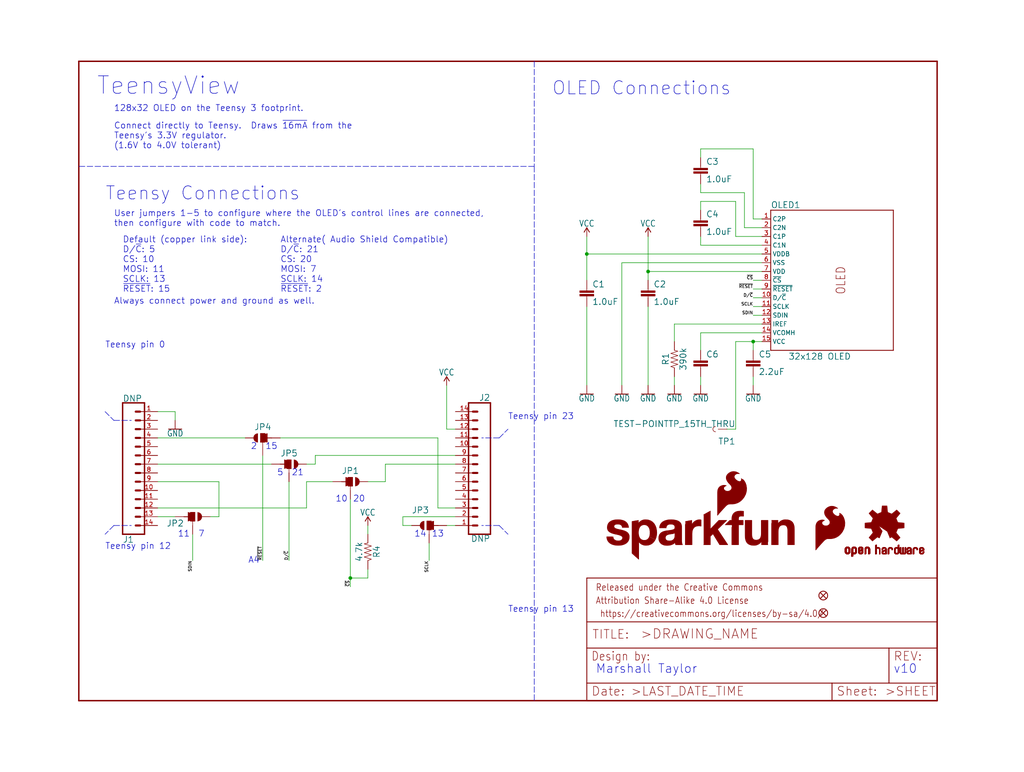
<source format=kicad_sch>
(kicad_sch (version 20211123) (generator eeschema)
  (paper "User" 297.002 223.926)
  (lib_symbols
    (symbol "eagleSchem-eagle-import:1.0UF-0402-16V-10%"
      (property "Reference" "C" (at 1.524 2.921 0))
      (property "Value" "1.0UF-0402-16V-10%" (at 1.524 -2.159 0))
      (symbol "1.0UF-0402-16V-10%_1_0"
        (pin passive line (at 0 5.08 270) (length 2.54) (name "1") (number "1"))
        (pin passive line (at 0 -2.54 90) (length 2.54) (name "2") (number "2"))
      )
    )
    (symbol "eagleSchem-eagle-import:2.2UF-0805-25V-(+80{slash}-20%)"
      (property "Reference" "C" (at 1.524 2.921 0))
      (property "Value" "2.2UF-0805-25V-(+80{slash}-20%)" (at 1.524 -2.159 0))
      (symbol "2.2UF-0805-25V-(+80{slash}-20%)_1_0"
        (pin passive line (at 0 5.08 270) (length 2.54) (name "1") (number "1"))
        (pin passive line (at 0 -2.54 90) (length 2.54) (name "2") (number "2"))
      )
    )
    (symbol "eagleSchem-eagle-import:390KOHM-0603-1{slash}10W-1%"
      (property "Reference" "R" (at 0 1.524 0))
      (property "Value" "390KOHM-0603-1{slash}10W-1%" (at 0 -1.524 0))
      (symbol "390KOHM-0603-1{slash}10W-1%_1_0"
        (pin passive line (at -5.08 0 0) (length 2.54) (name "1") (number "1"))
        (pin passive line (at 5.08 0 180) (length 2.54) (name "2") (number "2"))
      )
    )
    (symbol "eagleSchem-eagle-import:4.7KOHM-0603-1{slash}10W-1%"
      (property "Reference" "R" (at 0 1.524 0))
      (property "Value" "4.7KOHM-0603-1{slash}10W-1%" (at 0 -1.524 0))
      (symbol "4.7KOHM-0603-1{slash}10W-1%_1_0"
        (pin passive line (at -5.08 0 0) (length 2.54) (name "1") (number "1"))
        (pin passive line (at 5.08 0 180) (length 2.54) (name "2") (number "2"))
      )
    )
    (symbol "eagleSchem-eagle-import:4.7UF-1206-16V-(+80{slash}-20%)"
      (property "Reference" "C" (at 1.524 2.921 0))
      (property "Value" "4.7UF-1206-16V-(+80{slash}-20%)" (at 1.524 -2.159 0))
      (symbol "4.7UF-1206-16V-(+80{slash}-20%)_1_0"
        (pin passive line (at 0 5.08 270) (length 2.54) (name "1") (number "1"))
        (pin passive line (at 0 -2.54 90) (length 2.54) (name "2") (number "2"))
      )
    )
    (symbol "eagleSchem-eagle-import:CONN_14NO_SILK"
      (property "Reference" "J" (at 0 18.288 0))
      (property "Value" "CONN_14NO_SILK" (at 0 -22.606 0))
      (symbol "CONN_14NO_SILK_1_0"
        (pin passive line (at 10.16 -17.78 180) (length 5.08) (name "1") (number "1"))
        (pin passive line (at 10.16 5.08 180) (length 5.08) (name "10") (number "10"))
        (pin passive line (at 10.16 7.62 180) (length 5.08) (name "11") (number "11"))
        (pin passive line (at 10.16 10.16 180) (length 5.08) (name "12") (number "12"))
        (pin passive line (at 10.16 12.7 180) (length 5.08) (name "13") (number "13"))
        (pin passive line (at 10.16 15.24 180) (length 5.08) (name "14") (number "14"))
        (pin passive line (at 10.16 -15.24 180) (length 5.08) (name "2") (number "2"))
        (pin passive line (at 10.16 -12.7 180) (length 5.08) (name "3") (number "3"))
        (pin passive line (at 10.16 -10.16 180) (length 5.08) (name "4") (number "4"))
        (pin passive line (at 10.16 -7.62 180) (length 5.08) (name "5") (number "5"))
        (pin passive line (at 10.16 -5.08 180) (length 5.08) (name "6") (number "6"))
        (pin passive line (at 10.16 -2.54 180) (length 5.08) (name "7") (number "7"))
        (pin passive line (at 10.16 0 180) (length 5.08) (name "8") (number "8"))
        (pin passive line (at 10.16 2.54 180) (length 5.08) (name "9") (number "9"))
      )
    )
    (symbol "eagleSchem-eagle-import:FIDUCIALUFIDUCIAL")
    (symbol "eagleSchem-eagle-import:FRAME-LETTER"
      (symbol "FRAME-LETTER_2_0"
        (text " https://creativecommons.org/licenses/by-sa/4.0/" (at 2.54 24.13 0) (effects (font (size 1.9304 1.6408)) (justify left bottom)))
        (text ">DRAWING_NAME" (at 15.494 17.78 0) (effects (font (size 2.7432 2.7432)) (justify left bottom)))
        (text ">LAST_DATE_TIME" (at 12.7 1.27 0) (effects (font (size 2.54 2.54)) (justify left bottom)))
        (text ">SHEET" (at 86.36 1.27 0) (effects (font (size 2.54 2.54)) (justify left bottom)))
        (text "Attribution Share-Alike 4.0 License" (at 2.54 27.94 0) (effects (font (size 1.9304 1.6408)) (justify left bottom)))
        (text "Date:" (at 1.27 1.27 0) (effects (font (size 2.54 2.54)) (justify left bottom)))
        (text "Design by:" (at 1.27 11.43 0) (effects (font (size 2.54 2.159)) (justify left bottom)))
        (text "Released under the Creative Commons" (at 2.54 31.75 0) (effects (font (size 1.9304 1.6408)) (justify left bottom)))
        (text "REV:" (at 88.9 11.43 0) (effects (font (size 2.54 2.54)) (justify left bottom)))
        (text "Sheet:" (at 72.39 1.27 0) (effects (font (size 2.54 2.54)) (justify left bottom)))
        (text "TITLE:" (at 1.524 17.78 0) (effects (font (size 2.54 2.54)) (justify left bottom)))
      )
    )
    (symbol "eagleSchem-eagle-import:GND" (power)
      (property "Value" "GND" (at 0 -0.254 0))
      (symbol "GND_1_0"
        (pin power_in line (at 0 2.54 270) (length 2.54) (name "GND") (number "1"))
      )
    )
    (symbol "eagleSchem-eagle-import:JUMPER-SMT_3_1-NC_TRACE_SILK"
      (property "Reference" "JP" (at 2.54 0.381 0))
      (property "Value" "JUMPER-SMT_3_1-NC_TRACE_SILK" (at 2.54 -0.381 0))
      (symbol "JUMPER-SMT_3_1-NC_TRACE_SILK_1_0"
        (pin passive line (at 0 5.08 270) (length 2.54) (name "1") (number "1"))
        (pin passive line (at -5.08 0 0) (length 2.54) (name "2") (number "2"))
        (pin passive line (at 0 -5.08 90) (length 2.54) (name "3") (number "3"))
      )
    )
    (symbol "eagleSchem-eagle-import:OLED128X64SIDEREAR-MOUNT"
      (property "Reference" "OLED" (at -12.7 20.828 0))
      (property "Value" "OLED128X64SIDEREAR-MOUNT" (at -12.7 -21.082 0))
      (symbol "OLED128X64SIDEREAR-MOUNT_1_0"
        (text "OLED" (at 7.62 0 900) (effects (font (size 2.54 2.159))))
        (pin bidirectional line (at -15.24 17.78 0) (length 2.54) (name "C2P") (number "1"))
        (pin bidirectional line (at -15.24 -5.08 0) (length 2.54) (name "D/~{C}") (number "10"))
        (pin bidirectional line (at -15.24 -7.62 0) (length 2.54) (name "SCLK") (number "11"))
        (pin bidirectional line (at -15.24 -10.16 0) (length 2.54) (name "SDIN") (number "12"))
        (pin bidirectional line (at -15.24 -12.7 0) (length 2.54) (name "IREF") (number "13"))
        (pin bidirectional line (at -15.24 -15.24 0) (length 2.54) (name "VCOMH") (number "14"))
        (pin bidirectional line (at -15.24 -17.78 0) (length 2.54) (name "VCC") (number "15"))
        (pin bidirectional line (at -15.24 15.24 0) (length 2.54) (name "C2N") (number "2"))
        (pin bidirectional line (at -15.24 12.7 0) (length 2.54) (name "C1P") (number "3"))
        (pin bidirectional line (at -15.24 10.16 0) (length 2.54) (name "C1N") (number "4"))
        (pin bidirectional line (at -15.24 7.62 0) (length 2.54) (name "VDDB") (number "5"))
        (pin bidirectional line (at -15.24 5.08 0) (length 2.54) (name "VSS") (number "6"))
        (pin bidirectional line (at -15.24 2.54 0) (length 2.54) (name "VDD") (number "7"))
        (pin bidirectional line (at -15.24 0 0) (length 2.54) (name "~{CS}") (number "8"))
        (pin bidirectional line (at -15.24 -2.54 0) (length 2.54) (name "~{RESET}") (number "9"))
      )
    )
    (symbol "eagleSchem-eagle-import:OSHW-LOGOS")
    (symbol "eagleSchem-eagle-import:SFE_LOGO_FLAME.1_INCH")
    (symbol "eagleSchem-eagle-import:SFE_LOGO_NAME_FLAME.1_INCH")
    (symbol "eagleSchem-eagle-import:TEST-POINTTP_15TH_THRU"
      (property "Reference" "TP" (at -2.54 2.54 0))
      (property "Value" "TEST-POINTTP_15TH_THRU" (at -2.54 -2.54 0))
      (symbol "TEST-POINTTP_15TH_THRU_1_0"
        (pin bidirectional line (at 0 0 180) (length 0) (name "1") (number "P$1"))
      )
    )
    (symbol "eagleSchem-eagle-import:VCC" (power)
      (property "Value" "VCC" (at 0 2.794 0))
      (symbol "VCC_1_0"
        (pin power_in line (at 0 0 90) (length 2.54) (name "VCC") (number "1"))
      )
    )
  )
  (junction (at 101.6 167.64))
  (junction (at 170.18 73.66))
  (junction (at 218.44 99.06))
  (junction (at 187.96 78.74))
  (polyline (pts (xy 144.78 127) (xy 139.7 127)))
  (wire (pts (xy 76.2 132.08) (xy 76.2 162.56)))
  (wire (pts (xy 215.9 66.04) (xy 215.9 55.88)))
  (wire (pts (xy 218.44 43.18) (xy 203.2 43.18)))
  (wire (pts (xy 213.36 99.06) (xy 213.36 124.46)))
  (polyline (pts (xy 154.94 48.26) (xy 154.94 203.2)))
  (wire (pts (xy 187.96 78.74) (xy 187.96 68.58)))
  (wire (pts (xy 220.98 93.98) (xy 195.58 93.98)))
  (wire (pts (xy 111.76 139.7) (xy 111.76 134.62)))
  (wire (pts (xy 45.72 147.32) (xy 88.9 147.32)))
  (polyline (pts (xy 154.94 48.26) (xy 22.86 48.26)))
  (polyline (pts (xy 144.78 127) (xy 147.32 124.46)))
  (wire (pts (xy 195.58 93.98) (xy 195.58 99.06)))
  (wire (pts (xy 127 127) (xy 81.28 127)))
  (wire (pts (xy 203.2 55.88) (xy 203.2 53.34)))
  (wire (pts (xy 187.96 88.9) (xy 187.96 111.76)))
  (wire (pts (xy 215.9 55.88) (xy 203.2 55.88)))
  (wire (pts (xy 220.98 71.12) (xy 203.2 71.12)))
  (wire (pts (xy 63.5 149.86) (xy 63.5 139.7)))
  (wire (pts (xy 220.98 91.44) (xy 218.44 91.44)))
  (wire (pts (xy 203.2 58.42) (xy 203.2 60.96)))
  (wire (pts (xy 132.08 124.46) (xy 129.54 124.46)))
  (wire (pts (xy 170.18 81.28) (xy 170.18 73.66)))
  (polyline (pts (xy 33.02 152.4) (xy 38.1 152.4)))
  (wire (pts (xy 218.44 99.06) (xy 213.36 99.06)))
  (wire (pts (xy 220.98 81.28) (xy 218.44 81.28)))
  (wire (pts (xy 127 147.32) (xy 127 127)))
  (wire (pts (xy 203.2 43.18) (xy 203.2 45.72)))
  (wire (pts (xy 203.2 109.22) (xy 203.2 111.76)))
  (wire (pts (xy 71.12 127) (xy 45.72 127)))
  (wire (pts (xy 170.18 111.76) (xy 170.18 88.9)))
  (wire (pts (xy 218.44 111.76) (xy 218.44 109.22)))
  (wire (pts (xy 213.36 124.46) (xy 210.82 124.46)))
  (wire (pts (xy 111.76 134.62) (xy 132.08 134.62)))
  (wire (pts (xy 129.54 124.46) (xy 129.54 111.76)))
  (wire (pts (xy 220.98 99.06) (xy 218.44 99.06)))
  (wire (pts (xy 101.6 167.64) (xy 101.6 170.18)))
  (wire (pts (xy 213.36 58.42) (xy 203.2 58.42)))
  (polyline (pts (xy 30.48 119.38) (xy 33.02 121.92)))
  (wire (pts (xy 106.68 167.64) (xy 106.68 165.1)))
  (wire (pts (xy 220.98 96.52) (xy 203.2 96.52)))
  (wire (pts (xy 45.72 134.62) (xy 78.74 134.62)))
  (wire (pts (xy 101.6 167.64) (xy 106.68 167.64)))
  (wire (pts (xy 101.6 167.64) (xy 101.6 144.78)))
  (wire (pts (xy 220.98 78.74) (xy 187.96 78.74)))
  (wire (pts (xy 180.34 76.2) (xy 180.34 111.76)))
  (wire (pts (xy 119.38 152.4) (xy 116.84 152.4)))
  (polyline (pts (xy 33.02 121.92) (xy 38.1 121.92)))
  (wire (pts (xy 220.98 63.5) (xy 218.44 63.5)))
  (wire (pts (xy 187.96 78.74) (xy 187.96 81.28)))
  (wire (pts (xy 170.18 73.66) (xy 220.98 73.66)))
  (polyline (pts (xy 144.78 152.4) (xy 139.7 152.4)))
  (wire (pts (xy 195.58 111.76) (xy 195.58 109.22)))
  (wire (pts (xy 106.68 154.94) (xy 106.68 152.4)))
  (wire (pts (xy 50.8 149.86) (xy 45.72 149.86)))
  (polyline (pts (xy 144.78 152.4) (xy 147.32 154.94)))
  (wire (pts (xy 88.9 139.7) (xy 96.52 139.7)))
  (polyline (pts (xy 154.94 17.78) (xy 154.94 48.26)))
  (wire (pts (xy 203.2 96.52) (xy 203.2 101.6)))
  (wire (pts (xy 220.98 76.2) (xy 180.34 76.2)))
  (wire (pts (xy 91.44 134.62) (xy 88.9 134.62)))
  (wire (pts (xy 220.98 83.82) (xy 218.44 83.82)))
  (wire (pts (xy 116.84 152.4) (xy 116.84 149.86)))
  (wire (pts (xy 218.44 99.06) (xy 218.44 101.6)))
  (wire (pts (xy 220.98 86.36) (xy 218.44 86.36)))
  (wire (pts (xy 45.72 139.7) (xy 63.5 139.7)))
  (wire (pts (xy 203.2 71.12) (xy 203.2 68.58)))
  (wire (pts (xy 50.8 119.38) (xy 50.8 121.92)))
  (wire (pts (xy 83.82 139.7) (xy 83.82 162.56)))
  (wire (pts (xy 127 147.32) (xy 132.08 147.32)))
  (wire (pts (xy 124.46 162.56) (xy 124.46 157.48)))
  (wire (pts (xy 218.44 63.5) (xy 218.44 43.18)))
  (wire (pts (xy 132.08 132.08) (xy 91.44 132.08)))
  (wire (pts (xy 106.68 139.7) (xy 111.76 139.7)))
  (wire (pts (xy 45.72 119.38) (xy 50.8 119.38)))
  (polyline (pts (xy 33.02 152.4) (xy 30.48 154.94)))
  (wire (pts (xy 220.98 88.9) (xy 218.44 88.9)))
  (wire (pts (xy 220.98 66.04) (xy 215.9 66.04)))
  (wire (pts (xy 55.88 154.94) (xy 55.88 162.56)))
  (wire (pts (xy 132.08 152.4) (xy 129.54 152.4)))
  (wire (pts (xy 116.84 149.86) (xy 132.08 149.86)))
  (wire (pts (xy 220.98 68.58) (xy 213.36 68.58)))
  (wire (pts (xy 60.96 149.86) (xy 63.5 149.86)))
  (wire (pts (xy 170.18 73.66) (xy 170.18 68.58)))
  (wire (pts (xy 213.36 68.58) (xy 213.36 58.42)))
  (wire (pts (xy 91.44 132.08) (xy 91.44 134.62)))
  (wire (pts (xy 88.9 147.32) (xy 88.9 139.7)))
  (text "2" (at 73.66 129.54 180) (effects (font (size 1.778 1.778))))
  (text "21" (at 86.36 137.16 180) (effects (font (size 1.778 1.778))))
  (text "Always connect power and ground as well." (at 33.02 86.36 180) (effects (font (size 1.778 1.778)) (justify left top)))
  (text "v10" (at 259.08 195.58 180) (effects (font (size 2.54 2.54)) (justify left bottom)))
  (text "5" (at 81.28 137.16 180) (effects (font (size 1.778 1.778))))
  (text "10" (at 99.06 144.78 180) (effects (font (size 1.778 1.778))))
  (text "Teensy pin 13" (at 147.32 177.8 180) (effects (font (size 1.778 1.778)) (justify left bottom)))
  (text "Teensy pin 12" (at 30.48 157.48 180) (effects (font (size 1.778 1.778)) (justify left top)))
  (text "Connect directly to Teensy.  Draws ~{16mA} from the\nTeensy's 3.3V regulator.\n(1.6V to 4.0V tolerant)" (at 33.02 35.56 0) (effects (font (size 1.778 1.778)) (justify left top)))
  (text "20" (at 104.14 144.78 180) (effects (font (size 1.778 1.778))))
  (text "TeensyView" (at 27.94 27.94 180) (effects (font (size 5.08 5.08)) (justify left bottom)))
  (text "128x32 OLED on the Teensy 3 footprint." (at 33.02 30.48 180) (effects (font (size 1.778 1.778)) (justify left top)))
  (text "Teensy Connections" (at 30.48 58.42 180) (effects (font (size 3.81 3.81)) (justify left bottom)))
  (text "Teensy pin 0" (at 30.48 99.06 180) (effects (font (size 1.778 1.778)) (justify left top)))
  (text "A4" (at 73.66 162.56 180) (effects (font (size 1.778 1.778))))
  (text "7" (at 58.42 154.94 180) (effects (font (size 1.778 1.778))))
  (text "OLED Connections" (at 160.02 27.94 180) (effects (font (size 3.81 3.81)) (justify left bottom)))
  (text "Marshall Taylor" (at 172.72 195.58 180) (effects (font (size 2.54 2.54)) (justify left bottom)))
  (text "Alternate( Audio Shield Compatible)\nD/~{C}: 21\nCS: 20\nMOSI: 7\nSCLK: 14\n~{RESET}: 2" (at 81.28 68.58 0) (effects (font (size 1.778 1.778)) (justify left top)))
  (text "User jumpers 1-5 to configure where the OLED's control lines are connected,\nthen configure with code to match." (at 33.02 60.96 0) (effects (font (size 1.778 1.778)) (justify left top)))
  (text "15" (at 78.74 129.54 180) (effects (font (size 1.778 1.778))))
  (text "Teensy pin 23" (at 147.32 121.92 180) (effects (font (size 1.778 1.778)) (justify left bottom)))
  (text "Default (copper link side):\nD/~{C}: 5\nCS: 10\nMOSI: 11\nSCLK: 13\n~{RESET}: 15" (at 35.56 68.58 0) (effects (font (size 1.778 1.778)) (justify left top)))
  (text "14" (at 121.92 154.94 180) (effects (font (size 1.778 1.778))))
  (text "11" (at 53.34 154.94 180) (effects (font (size 1.778 1.778))))
  (text "13" (at 127 154.94 180) (effects (font (size 1.778 1.778))))
  (label "~{CS}" (at 101.6 170.18 90) (effects (font (size 0.889 0.889))))
  (label "SCLK" (at 124.46 162.56 270) (effects (font (size 0.889 0.889))))
  (label "~{CS}" (at 218.44 81.28 180) (effects (font (size 0.889 0.889))))
  (label "SDIN" (at 218.44 91.44 180) (effects (font (size 0.889 0.889))))
  (label "SDIN" (at 55.88 162.56 270) (effects (font (size 0.889 0.889))))
  (label "~{RESET}" (at 218.44 83.82 180) (effects (font (size 0.889 0.889))))
  (label "~{RESET}" (at 76.2 162.56 90) (effects (font (size 0.889 0.889))))
  (label "D/~{C}" (at 218.44 86.36 180) (effects (font (size 0.889 0.889))))
  (label "D/~{C}" (at 83.82 162.56 90) (effects (font (size 0.889 0.889))))
  (label "SCLK" (at 218.44 88.9 180) (effects (font (size 0.889 0.889))))
  (symbol (lib_id "eagleSchem-eagle-import:1.0UF-0402-16V-10%") (at 203.2 66.04 0) (unit 1)
    (property "Reference" "C4" (at 204.724 63.119 0) (effects (font (size 1.778 1.778)) (justify left bottom)))
    (property "Value" "1.0uF" (at 204.724 68.199 0) (effects (font (size 1.778 1.778)) (justify left bottom)))
    (property "Footprint" "eagleSchem:0402" (effects hide))
  )
  (symbol (lib_id "eagleSchem-eagle-import:390KOHM-0603-1{slash}10W-1%") (at 195.58 104.14 90) (unit 1)
    (property "Reference" "R1" (at 194.056 104.14 0) (effects (font (size 1.778 1.778)) (justify bottom)))
    (property "Value" "390k" (at 197.104 104.14 0) (effects (font (size 1.778 1.778)) (justify top)))
    (property "Footprint" "eagleSchem:0603" (effects hide))
  )
  (symbol (lib_id "eagleSchem-eagle-import:FRAME-LETTER") (at 22.86 203.2 0) (unit 1)
    (property "Reference" "FRAME1" (effects hide))
    (property "Value" "FRAME-LETTER" (effects hide))
    (property "Footprint" "eagleSchem:CREATIVE_COMMONS" (effects hide))
  )
  (symbol (lib_id "eagleSchem-eagle-import:VCC") (at 187.96 68.58 0) (unit 1)
    (property "Reference" "#SUPPLY2" (effects hide))
    (property "Value" "VCC" (at 187.96 65.786 0) (effects (font (size 1.778 1.5113)) (justify bottom)))
    (property "Footprint" "eagleSchem:" (effects hide))
  )
  (symbol (lib_id "eagleSchem-eagle-import:GND") (at 50.8 124.46 0) (mirror y) (unit 1)
    (property "Reference" "#GND8" (effects hide))
    (property "Value" "GND" (at 50.8 124.714 0) (effects (font (size 1.778 1.5113)) (justify top)))
    (property "Footprint" "eagleSchem:" (effects hide))
  )
  (symbol (lib_id "eagleSchem-eagle-import:SFE_LOGO_FLAME.1_INCH") (at 236.22 160.02 0) (unit 1)
    (property "Reference" "LOGO1" (effects hide))
    (property "Value" "SFE_LOGO_FLAME.1_INCH" (effects hide))
    (property "Footprint" "eagleSchem:SFE_LOGO_FLAME_.1" (effects hide))
  )
  (symbol (lib_id "eagleSchem-eagle-import:VCC") (at 106.68 152.4 0) (mirror y) (unit 1)
    (property "Reference" "#SUPPLY5" (effects hide))
    (property "Value" "VCC" (at 106.68 149.606 0) (effects (font (size 1.778 1.5113)) (justify bottom)))
    (property "Footprint" "eagleSchem:" (effects hide))
  )
  (symbol (lib_id "eagleSchem-eagle-import:FIDUCIALUFIDUCIAL") (at 238.76 172.72 0) (unit 1)
    (property "Reference" "FD1" (effects hide))
    (property "Value" "FIDUCIALUFIDUCIAL" (effects hide))
    (property "Footprint" "eagleSchem:FIDUCIAL-MICRO" (effects hide))
  )
  (symbol (lib_id "eagleSchem-eagle-import:GND") (at 203.2 114.3 0) (unit 1)
    (property "Reference" "#GND5" (effects hide))
    (property "Value" "GND" (at 203.2 114.554 0) (effects (font (size 1.778 1.5113)) (justify top)))
    (property "Footprint" "eagleSchem:" (effects hide))
  )
  (symbol (lib_id "eagleSchem-eagle-import:GND") (at 218.44 114.3 0) (unit 1)
    (property "Reference" "#GND4" (effects hide))
    (property "Value" "GND" (at 218.44 114.554 0) (effects (font (size 1.778 1.5113)) (justify top)))
    (property "Footprint" "eagleSchem:" (effects hide))
  )
  (symbol (lib_id "eagleSchem-eagle-import:1.0UF-0402-16V-10%") (at 203.2 50.8 0) (unit 1)
    (property "Reference" "C3" (at 204.724 47.879 0) (effects (font (size 1.778 1.778)) (justify left bottom)))
    (property "Value" "1.0uF" (at 204.724 52.959 0) (effects (font (size 1.778 1.778)) (justify left bottom)))
    (property "Footprint" "eagleSchem:0402" (effects hide))
  )
  (symbol (lib_id "eagleSchem-eagle-import:4.7UF-1206-16V-(+80{slash}-20%)") (at 203.2 106.68 0) (unit 1)
    (property "Reference" "C6" (at 204.724 103.759 0) (effects (font (size 1.778 1.778)) (justify left bottom)))
    (property "Value" "4.7uF" (at 204.724 108.839 0) (effects (font (size 1.778 1.778)) (justify left bottom)))
    (property "Footprint" "eagleSchem:1206" (effects hide))
    (property "Value" "4.7uF" (effects hide))
  )
  (symbol (lib_id "eagleSchem-eagle-import:GND") (at 180.34 114.3 0) (unit 1)
    (property "Reference" "#GND7" (effects hide))
    (property "Value" "GND" (at 180.34 114.554 0) (effects (font (size 1.778 1.5113)) (justify top)))
    (property "Footprint" "eagleSchem:" (effects hide))
  )
  (symbol (lib_id "eagleSchem-eagle-import:4.7KOHM-0603-1{slash}10W-1%") (at 106.68 160.02 270) (mirror x) (unit 1)
    (property "Reference" "R4" (at 108.204 160.02 0) (effects (font (size 1.778 1.778)) (justify bottom)))
    (property "Value" "4.7k" (at 105.156 160.02 0) (effects (font (size 1.778 1.778)) (justify top)))
    (property "Footprint" "eagleSchem:0603" (effects hide))
  )
  (symbol (lib_id "eagleSchem-eagle-import:CONN_14NO_SILK") (at 142.24 134.62 0) (mirror y) (unit 1)
    (property "Reference" "J2" (at 142.24 116.332 0) (effects (font (size 1.778 1.778)) (justify left bottom)))
    (property "Value" "DNP" (at 142.24 157.226 0) (effects (font (size 1.778 1.778)) (justify left bottom)))
    (property "Footprint" "eagleSchem:1X14_NO_SILK" (effects hide))
  )
  (symbol (lib_id "eagleSchem-eagle-import:JUMPER-SMT_3_1-NC_TRACE_SILK") (at 83.82 134.62 270) (mirror x) (unit 1)
    (property "Reference" "JP5" (at 81.28 132.461 90) (effects (font (size 1.778 1.778)) (justify left top)))
    (property "Value" "JUMPER-SMT_3_1-NC_TRACE_SILK" (effects hide))
    (property "Footprint" "eagleSchem:SMT-JUMPER_3_1-NC_TRACE_SILK" (effects hide))
  )
  (symbol (lib_id "eagleSchem-eagle-import:JUMPER-SMT_3_1-NC_TRACE_SILK") (at 101.6 139.7 270) (mirror x) (unit 1)
    (property "Reference" "JP1" (at 99.06 137.541 90) (effects (font (size 1.778 1.778)) (justify left top)))
    (property "Value" "JUMPER-SMT_3_1-NC_TRACE_SILK" (effects hide))
    (property "Footprint" "eagleSchem:SMT-JUMPER_3_1-NC_TRACE_SILK" (effects hide))
  )
  (symbol (lib_id "eagleSchem-eagle-import:CONN_14NO_SILK") (at 35.56 137.16 0) (mirror x) (unit 1)
    (property "Reference" "J1" (at 35.56 155.448 0) (effects (font (size 1.778 1.778)) (justify left bottom)))
    (property "Value" "DNP" (at 35.56 114.554 0) (effects (font (size 1.778 1.778)) (justify left bottom)))
    (property "Footprint" "eagleSchem:1X14_NO_SILK" (effects hide))
  )
  (symbol (lib_id "eagleSchem-eagle-import:TEST-POINTTP_15TH_THRU") (at 210.82 124.46 180) (unit 1)
    (property "Reference" "TP1" (at 213.36 127 0) (effects (font (size 1.778 1.778)) (justify left bottom)))
    (property "Value" "TEST-POINTTP_15TH_THRU" (at 213.36 121.92 0) (effects (font (size 1.778 1.778)) (justify left bottom)))
    (property "Footprint" "eagleSchem:TP_15TH" (effects hide))
  )
  (symbol (lib_id "eagleSchem-eagle-import:VCC") (at 129.54 111.76 0) (unit 1)
    (property "Reference" "#SUPPLY3" (effects hide))
    (property "Value" "VCC" (at 129.54 108.966 0) (effects (font (size 1.778 1.5113)) (justify bottom)))
    (property "Footprint" "eagleSchem:" (effects hide))
  )
  (symbol (lib_id "eagleSchem-eagle-import:OLED128X64SIDEREAR-MOUNT") (at 236.22 81.28 0) (unit 1)
    (property "Reference" "OLED1" (at 223.52 60.452 0) (effects (font (size 1.778 1.778)) (justify left bottom)))
    (property "Value" "32x128 OLED" (at 228.6 102.362 0) (effects (font (size 1.778 1.778)) (justify left top)))
    (property "Footprint" "eagleSchem:OLED-UG-2832TSWGG01-REAR" (effects hide))
  )
  (symbol (lib_id "eagleSchem-eagle-import:JUMPER-SMT_3_1-NC_TRACE_SILK") (at 76.2 127 90) (unit 1)
    (property "Reference" "JP4" (at 73.66 124.841 90) (effects (font (size 1.778 1.778)) (justify right top)))
    (property "Value" "JUMPER-SMT_3_1-NC_TRACE_SILK" (effects hide))
    (property "Footprint" "eagleSchem:SMT-JUMPER_3_1-NC_TRACE_SILK" (effects hide))
  )
  (symbol (lib_id "eagleSchem-eagle-import:GND") (at 195.58 114.3 0) (unit 1)
    (property "Reference" "#GND6" (effects hide))
    (property "Value" "GND" (at 195.58 114.554 0) (effects (font (size 1.778 1.5113)) (justify top)))
    (property "Footprint" "eagleSchem:" (effects hide))
  )
  (symbol (lib_id "eagleSchem-eagle-import:1.0UF-0402-16V-10%") (at 170.18 86.36 0) (unit 1)
    (property "Reference" "C1" (at 171.704 83.439 0) (effects (font (size 1.778 1.778)) (justify left bottom)))
    (property "Value" "1.0uF" (at 171.704 88.519 0) (effects (font (size 1.778 1.778)) (justify left bottom)))
    (property "Footprint" "eagleSchem:0402" (effects hide))
  )
  (symbol (lib_id "eagleSchem-eagle-import:VCC") (at 170.18 68.58 0) (unit 1)
    (property "Reference" "#SUPPLY1" (effects hide))
    (property "Value" "VCC" (at 170.18 65.786 0) (effects (font (size 1.778 1.5113)) (justify bottom)))
    (property "Footprint" "eagleSchem:" (effects hide))
  )
  (symbol (lib_id "eagleSchem-eagle-import:OSHW-LOGOS") (at 256.54 152.4 0) (unit 1)
    (property "Reference" "LOGO2" (effects hide))
    (property "Value" "OSHW-LOGOS" (effects hide))
    (property "Footprint" "eagleSchem:OSHW-LOGO-S" (effects hide))
  )
  (symbol (lib_id "eagleSchem-eagle-import:JUMPER-SMT_3_1-NC_TRACE_SILK") (at 124.46 152.4 90) (unit 1)
    (property "Reference" "JP3" (at 119.38 146.939 90) (effects (font (size 1.778 1.778)) (justify right bottom)))
    (property "Value" "JUMPER-SMT_3_1-NC_TRACE_SILK" (effects hide))
    (property "Footprint" "eagleSchem:SMT-JUMPER_3_1-NC_TRACE_SILK" (effects hide))
  )
  (symbol (lib_id "eagleSchem-eagle-import:JUMPER-SMT_3_1-NC_TRACE_SILK") (at 55.88 149.86 270) (mirror x) (unit 1)
    (property "Reference" "JP2" (at 48.26 152.781 90) (effects (font (size 1.778 1.778)) (justify left top)))
    (property "Value" "JUMPER-SMT_3_1-NC_TRACE_SILK" (effects hide))
    (property "Footprint" "eagleSchem:SMT-JUMPER_3_1-NC_TRACE_SILK" (effects hide))
  )
  (symbol (lib_id "eagleSchem-eagle-import:FIDUCIALUFIDUCIAL") (at 238.76 177.8 0) (unit 1)
    (property "Reference" "FD2" (effects hide))
    (property "Value" "FIDUCIALUFIDUCIAL" (effects hide))
    (property "Footprint" "eagleSchem:FIDUCIAL-MICRO" (effects hide))
  )
  (symbol (lib_id "eagleSchem-eagle-import:2.2UF-0805-25V-(+80{slash}-20%)") (at 218.44 106.68 0) (unit 1)
    (property "Reference" "C5" (at 219.964 103.759 0) (effects (font (size 1.778 1.778)) (justify left bottom)))
    (property "Value" "2.2uF" (at 219.964 108.839 0) (effects (font (size 1.778 1.778)) (justify left bottom)))
    (property "Footprint" "eagleSchem:0805" (effects hide))
  )
  (symbol (lib_id "eagleSchem-eagle-import:GND") (at 187.96 114.3 0) (unit 1)
    (property "Reference" "#GND2" (effects hide))
    (property "Value" "GND" (at 187.96 114.554 0) (effects (font (size 1.778 1.5113)) (justify top)))
    (property "Footprint" "eagleSchem:" (effects hide))
  )
  (symbol (lib_id "eagleSchem-eagle-import:FRAME-LETTER") (at 170.18 203.2 0) (unit 2)
    (property "Reference" "FRAME1" (effects hide))
    (property "Value" "FRAME-LETTER" (effects hide))
    (property "Footprint" "eagleSchem:CREATIVE_COMMONS" (effects hide))
  )
  (symbol (lib_id "eagleSchem-eagle-import:SFE_LOGO_NAME_FLAME.1_INCH") (at 175.26 162.56 0) (unit 1)
    (property "Reference" "LOGO3" (effects hide))
    (property "Value" "SFE_LOGO_NAME_FLAME.1_INCH" (effects hide))
    (property "Footprint" "eagleSchem:SFE_LOGO_NAME_FLAME_.1" (effects hide))
  )
  (symbol (lib_id "eagleSchem-eagle-import:GND") (at 170.18 114.3 0) (unit 1)
    (property "Reference" "#GND3" (effects hide))
    (property "Value" "GND" (at 170.18 114.554 0) (effects (font (size 1.778 1.5113)) (justify top)))
    (property "Footprint" "eagleSchem:" (effects hide))
  )
  (symbol (lib_id "eagleSchem-eagle-import:1.0UF-0402-16V-10%") (at 187.96 86.36 0) (unit 1)
    (property "Reference" "C2" (at 189.484 83.439 0) (effects (font (size 1.778 1.778)) (justify left bottom)))
    (property "Value" "1.0uF" (at 189.484 88.519 0) (effects (font (size 1.778 1.778)) (justify left bottom)))
    (property "Footprint" "eagleSchem:0402" (effects hide))
  )
)
</source>
